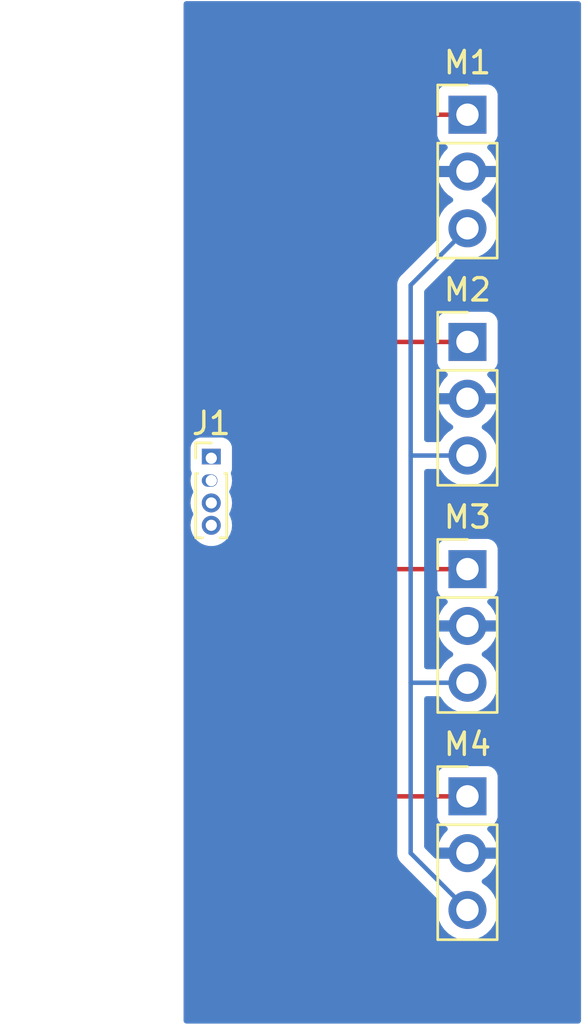
<source format=kicad_pcb>
(kicad_pcb (version 20221018) (generator pcbnew)
  (layers (0 "F.Cu" signal) (31 "B.Cu" signal) (34 "B.Paste" user) (35 "F.Paste" user) (36 "B.SilkS" user "B.Silkscreen") (37 "F.SilkS" user "F.Silkscreen") (38 "B.Mask" user) (39 "F.Mask" user) (44 "Edge.Cuts" user))
  (net 0 "")
  (net 1 "Net-(J1-Pin_1)")
  (net 2 "Net-(J1-Pin_2)")
  (net 3 "Net-(J1-Pin_3)")
  (net 4 "Net-(J1-Pin_4)")
  (net 5 "+5V")
  (net 6 "GND")
  (footprint "Connector_PinHeader_2.54mm:PinHeader_1x03_P2.54mm_Vertical" (layer "F.Cu") (at 111.76 76.2)
    (fp_text reference "M2" (at 0 -2.33) (layer "F.SilkS"))
    (fp_text value "Motor_Servo")
    (fp_line (start -1.33 -1.33) (end 0 -1.33) (stroke (width 0.12)) (layer "F.SilkS"))
    (fp_line (start -1.33 0) (end -1.33 -1.33) (stroke (width 0.12)) (layer "F.SilkS"))
    (fp_line (start -1.33 1.27) (end -1.33 6.41) (stroke (width 0.12)) (layer "F.SilkS"))
    (fp_line (start -1.33 1.27) (end 1.33 1.27) (stroke (width 0.12)) (layer "F.SilkS"))
    (fp_line (start -1.33 6.41) (end 1.33 6.41) (stroke (width 0.12)) (layer "F.SilkS"))
    (fp_line (start 1.33 1.27) (end 1.33 6.41) (stroke (width 0.12)) (layer "F.SilkS"))
    (pad "1" thru_hole rect (at 0 0) (size 1.7 1.7) (drill 1) (layers "*.Cu" "*.Mask") (net 2 "Net-(J1-Pin_2)"))
    (pad "2" thru_hole oval (at 0 2.54) (size 1.7 1.7) (drill 1) (layers "*.Cu" "*.Mask") (net 5 "+5V"))
    (pad "3" thru_hole oval (at 0 5.08) (size 1.7 1.7) (drill 1) (layers "*.Cu" "*.Mask") (net 6 "GND"))
  )
  (footprint "Connector_PinHeader_2.54mm:PinHeader_1x03_P2.54mm_Vertical" (layer "F.Cu") (at 111.76 86.36)
    (fp_text reference "M3" (at 0 -2.33) (layer "F.SilkS"))
    (fp_text value "Motor_Servo")
    (fp_line (start -1.33 -1.33) (end 0 -1.33) (stroke (width 0.12)) (layer "F.SilkS"))
    (fp_line (start -1.33 0) (end -1.33 -1.33) (stroke (width 0.12)) (layer "F.SilkS"))
    (fp_line (start -1.33 1.27) (end -1.33 6.41) (stroke (width 0.12)) (layer "F.SilkS"))
    (fp_line (start -1.33 1.27) (end 1.33 1.27) (stroke (width 0.12)) (layer "F.SilkS"))
    (fp_line (start -1.33 6.41) (end 1.33 6.41) (stroke (width 0.12)) (layer "F.SilkS"))
    (fp_line (start 1.33 1.27) (end 1.33 6.41) (stroke (width 0.12)) (layer "F.SilkS"))
    (pad "1" thru_hole rect (at 0 0) (size 1.7 1.7) (drill 1) (layers "*.Cu" "*.Mask") (net 3 "Net-(J1-Pin_3)"))
    (pad "2" thru_hole oval (at 0 2.54) (size 1.7 1.7) (drill 1) (layers "*.Cu" "*.Mask") (net 5 "+5V"))
    (pad "3" thru_hole oval (at 0 5.08) (size 1.7 1.7) (drill 1) (layers "*.Cu" "*.Mask") (net 6 "GND"))
  )
  (footprint "Connector_PinHeader_2.54mm:PinHeader_1x03_P2.54mm_Vertical" (layer "F.Cu") (at 111.76 66.04)
    (fp_text reference "M1" (at 0 -2.33) (layer "F.SilkS"))
    (fp_text value "Motor_Servo")
    (fp_line (start -1.33 -1.33) (end 0 -1.33) (stroke (width 0.12)) (layer "F.SilkS"))
    (fp_line (start -1.33 0) (end -1.33 -1.33) (stroke (width 0.12)) (layer "F.SilkS"))
    (fp_line (start -1.33 1.27) (end -1.33 6.41) (stroke (width 0.12)) (layer "F.SilkS"))
    (fp_line (start -1.33 1.27) (end 1.33 1.27) (stroke (width 0.12)) (layer "F.SilkS"))
    (fp_line (start -1.33 6.41) (end 1.33 6.41) (stroke (width 0.12)) (layer "F.SilkS"))
    (fp_line (start 1.33 1.27) (end 1.33 6.41) (stroke (width 0.12)) (layer "F.SilkS"))
    (pad "1" thru_hole rect (at 0 0) (size 1.7 1.7) (drill 1) (layers "*.Cu" "*.Mask") (net 1 "Net-(J1-Pin_1)"))
    (pad "2" thru_hole oval (at 0 2.54) (size 1.7 1.7) (drill 1) (layers "*.Cu" "*.Mask") (net 5 "+5V"))
    (pad "3" thru_hole oval (at 0 5.08) (size 1.7 1.7) (drill 1) (layers "*.Cu" "*.Mask") (net 6 "GND"))
  )
  (footprint "Connector_PinHeader_1.00mm:PinHeader_1x04_P1.00mm_Vertical" (layer "F.Cu") (at 100.3 81.4)
    (fp_text reference "J1" (at 0 -1.56) (layer "F.SilkS"))
    (fp_text value "Conn_01x04_MountingPin")
    (fp_line (start -0.695 -0.685) (end 0 -0.685) (stroke (width 0.12)) (layer "F.SilkS"))
    (fp_line (start -0.695 0) (end -0.695 -0.685) (stroke (width 0.12)) (layer "F.SilkS"))
    (fp_line (start -0.695 0.685) (end -0.695 3.56) (stroke (width 0.12)) (layer "F.SilkS"))
    (fp_line (start -0.695 0.685) (end -0.608276 0.685) (stroke (width 0.12)) (layer "F.SilkS"))
    (fp_line (start -0.695 3.56) (end -0.394493 3.56) (stroke (width 0.12)) (layer "F.SilkS"))
    (fp_line (start 0.394493 3.56) (end 0.695 3.56) (stroke (width 0.12)) (layer "F.SilkS"))
    (fp_line (start 0.608276 0.685) (end 0.695 0.685) (stroke (width 0.12)) (layer "F.SilkS"))
    (fp_line (start 0.695 0.685) (end 0.695 3.56) (stroke (width 0.12)) (layer "F.SilkS"))
    (pad "0" thru_hole oval (at 0 3) (size 0.85 0.85) (drill 0.5) (layers "*.Cu" "*.Mask") (net 4 "Net-(J1-Pin_4)"))
    (pad "1" thru_hole rect (at 0 0) (size 0.85 0.7004) (drill 0.5 (offset 0 -0.0748)) (layers "*.Cu" "*.Mask") (net 1 "Net-(J1-Pin_1)"))
    (pad "2" thru_hole oval (at 0 1) (size 0.7004 0.5508) (drill 0.5 (offset -0.0748 0)) (layers "*.Cu" "*.Mask") (net 2 "Net-(J1-Pin_2)"))
    (pad "3" thru_hole oval (at 0 2) (size 0.85 0.85) (drill 0.5) (layers "*.Cu" "*.Mask") (net 3 "Net-(J1-Pin_3)"))
  )
  (footprint "Connector_PinHeader_2.54mm:PinHeader_1x03_P2.54mm_Vertical" (layer "F.Cu") (at 111.76 96.52)
    (fp_text reference "M4" (at 0 -2.33) (layer "F.SilkS"))
    (fp_text value "Motor_Servo")
    (fp_line (start -1.33 -1.33) (end 0 -1.33) (stroke (width 0.12)) (layer "F.SilkS"))
    (fp_line (start -1.33 0) (end -1.33 -1.33) (stroke (width 0.12)) (layer "F.SilkS"))
    (fp_line (start -1.33 1.27) (end -1.33 6.41) (stroke (width 0.12)) (layer "F.SilkS"))
    (fp_line (start -1.33 1.27) (end 1.33 1.27) (stroke (width 0.12)) (layer "F.SilkS"))
    (fp_line (start -1.33 6.41) (end 1.33 6.41) (stroke (width 0.12)) (layer "F.SilkS"))
    (fp_line (start 1.33 1.27) (end 1.33 6.41) (stroke (width 0.12)) (layer "F.SilkS"))
    (pad "1" thru_hole rect (at 0 0) (size 1.7 1.7) (drill 1) (layers "*.Cu" "*.Mask") (net 4 "Net-(J1-Pin_4)"))
    (pad "2" thru_hole oval (at 0 2.54) (size 1.7 1.7) (drill 1) (layers "*.Cu" "*.Mask") (net 5 "+5V"))
    (pad "3" thru_hole oval (at 0 5.08) (size 1.7 1.7) (drill 1) (layers "*.Cu" "*.Mask") (net 6 "GND"))
  )
  (segment (start 101.6 81.28) (end 101.6 66.04) (width 0.2) (layer "F.Cu") (net 1))
  (segment (start 101.6 66.04) (end 111.76 66.04) (width 0.2) (layer "F.Cu") (net 1))
  (segment (start 105.68 82.28) (end 106.68 81.28) (width 0.2) (layer "F.Cu") (net 2))
  (segment (start 101.6 82.28) (end 105.68 82.28) (width 0.2) (layer "F.Cu") (net 2))
  (segment (start 106.68 76.2) (end 111.76 76.2) (width 0.2) (layer "F.Cu") (net 2))
  (segment (start 106.68 81.28) (end 106.68 76.2) (width 0.2) (layer "F.Cu") (net 2))
  (segment (start 106.68 86.36) (end 111.76 86.36) (width 0.2) (layer "F.Cu") (net 3))
  (segment (start 106.14 83.28) (end 106.68 83.82) (width 0.2) (layer "F.Cu") (net 3))
  (segment (start 101.6 83.28) (end 106.14 83.28) (width 0.2) (layer "F.Cu") (net 3))
  (segment (start 106.68 83.82) (end 106.68 86.36) (width 0.2) (layer "F.Cu") (net 3))
  (segment (start 101.6 84.28) (end 101.6 96.52) (width 0.2) (layer "F.Cu") (net 4))
  (segment (start 101.6 96.52) (end 111.76 96.52) (width 0.2) (layer "F.Cu") (net 4))
  (segment (start 114.3 78.74) (end 111.76 78.74) (width 0.2) (layer "F.Cu") (net 5))
  (segment (start 111.76 68.58) (end 114.3 68.58) (width 0.2) (layer "F.Cu") (net 5))
  (segment (start 114.3 78.74) (end 114.3 88.9) (width 0.2) (layer "F.Cu") (net 5))
  (segment (start 114.3 68.58) (end 114.3 78.74) (width 0.2) (layer "F.Cu") (net 5))
  (segment (start 114.3 88.9) (end 114.3 99.06) (width 0.2) (layer "F.Cu") (net 5))
  (segment (start 111.76 88.9) (end 114.3 88.9) (width 0.2) (layer "F.Cu") (net 5))
  (segment (start 114.3 99.06) (end 111.76 99.06) (width 0.2) (layer "F.Cu") (net 5))
  (segment (start 109.22 73.66) (end 109.22 91.44) (width 0.2) (layer "B.Cu") (net 6))
  (segment (start 111.76 81.28) (end 109.22 81.28) (width 0.2) (layer "B.Cu") (net 6))
  (segment (start 109.22 99.06) (end 111.76 101.6) (width 0.2) (layer "B.Cu") (net 6))
  (segment (start 111.76 71.12) (end 109.22 73.66) (width 0.2) (layer "B.Cu") (net 6))
  (segment (start 109.22 91.44) (end 109.22 99.06) (width 0.2) (layer "B.Cu") (net 6))
  (segment (start 111.76 91.44) (end 109.22 91.44) (width 0.2) (layer "B.Cu") (net 6))
  (zone (net 5) (net_name "+5V") (layer "B.Cu") (connect_pads (clearance 0.5)) (min_thickness 0.25) (fill yes (thermal_gap 0.5) (thermal_bridge_width 0.5))
    (polygon (pts (xy 99.06 60.96) (xy 116.84 60.96) (xy 116.84 106.68) (xy 99.06 106.68)))
  )
)
</source>
